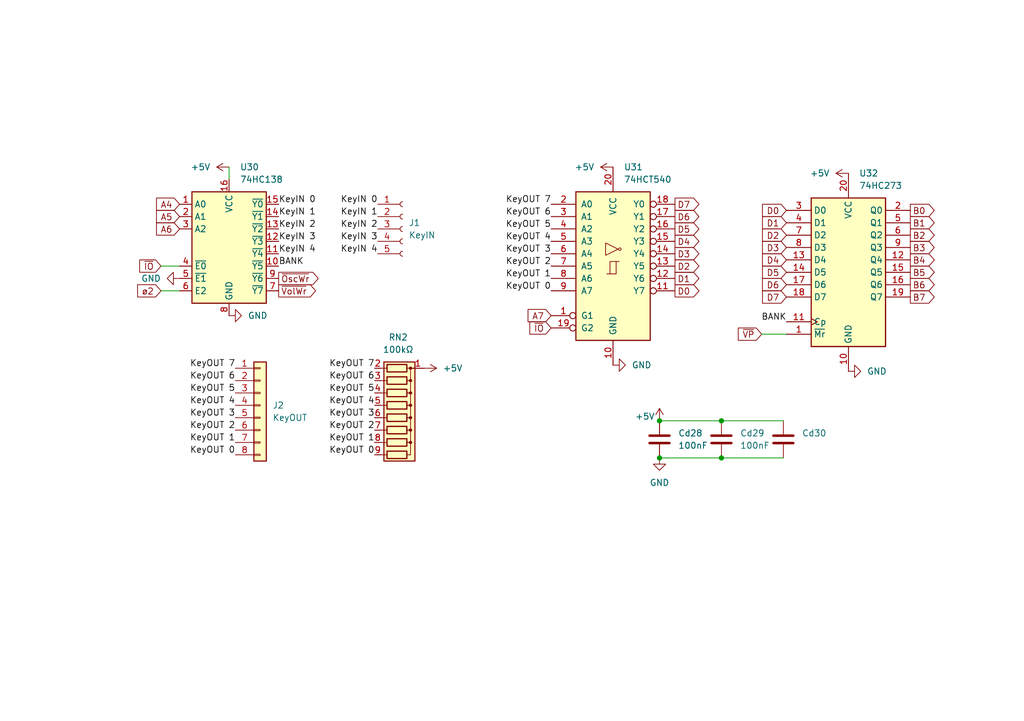
<source format=kicad_sch>
(kicad_sch (version 20231120) (generator "eeschema") (generator_version "8.0")
  (paper "A5")
  (title_block (title "I/O"))
  (lib_symbols
    (symbol "74xx:74AHC273"
      (property "Reference" "U" (at -7.62 16.51 0))
      (property "Value" "74AHC273" (at -7.62 -16.51 0))
      (symbol "74AHC273_1_0"
        (pin input line (at -12.7 -12.7 0) (length 5.08) (name "~{Mr}") (number "1"))
        (pin power_in line (at 0 -20.32 90) (length 5.08) (name "GND") (number "10"))
        (pin input clock (at -12.7 -10.16 0) (length 5.08) (name "Cp") (number "11"))
        (pin output line (at 12.7 2.54 180) (length 5.08) (name "Q4") (number "12"))
        (pin input line (at -12.7 2.54 0) (length 5.08) (name "D4") (number "13"))
        (pin input line (at -12.7 0 0) (length 5.08) (name "D5") (number "14"))
        (pin output line (at 12.7 0 180) (length 5.08) (name "Q5") (number "15"))
        (pin output line (at 12.7 -2.54 180) (length 5.08) (name "Q6") (number "16"))
        (pin input line (at -12.7 -2.54 0) (length 5.08) (name "D6") (number "17"))
        (pin input line (at -12.7 -5.08 0) (length 5.08) (name "D7") (number "18"))
        (pin output line (at 12.7 -5.08 180) (length 5.08) (name "Q7") (number "19"))
        (pin output line (at 12.7 12.7 180) (length 5.08) (name "Q0") (number "2"))
        (pin power_in line (at 0 20.32 270) (length 5.08) (name "VCC") (number "20"))
        (pin input line (at -12.7 12.7 0) (length 5.08) (name "D0") (number "3"))
        (pin input line (at -12.7 10.16 0) (length 5.08) (name "D1") (number "4"))
        (pin output line (at 12.7 10.16 180) (length 5.08) (name "Q1") (number "5"))
        (pin output line (at 12.7 7.62 180) (length 5.08) (name "Q2") (number "6"))
        (pin input line (at -12.7 7.62 0) (length 5.08) (name "D2") (number "7"))
        (pin input line (at -12.7 5.08 0) (length 5.08) (name "D3") (number "8"))
        (pin output line (at 12.7 5.08 180) (length 5.08) (name "Q3") (number "9"))
      )
      (symbol "74AHC273_1_1"
        (rectangle (start -7.62 15.24) (end 7.62 -15.24) (stroke (width 0.254)) (fill (type background)))
      )
    )
    (symbol "74xx:74HC138"
      (property "Reference" "U" (at -7.62 13.97 0))
      (property "Value" "74HC138" (at 2.54 -11.43 0))
      (symbol "74HC138_0_1"
        (rectangle (start -7.62 12.7) (end 7.62 -10.16) (stroke (width 0.254)) (fill (type background)))
      )
      (symbol "74HC138_1_1"
        (pin input line (at -10.16 10.16 0) (length 2.54) (name "A0") (number "1"))
        (pin output line (at 10.16 -2.54 180) (length 2.54) (name "~{Y5}") (number "10"))
        (pin output line (at 10.16 0 180) (length 2.54) (name "~{Y4}") (number "11"))
        (pin output line (at 10.16 2.54 180) (length 2.54) (name "~{Y3}") (number "12"))
        (pin output line (at 10.16 5.08 180) (length 2.54) (name "~{Y2}") (number "13"))
        (pin output line (at 10.16 7.62 180) (length 2.54) (name "~{Y1}") (number "14"))
        (pin output line (at 10.16 10.16 180) (length 2.54) (name "~{Y0}") (number "15"))
        (pin power_in line (at 0 15.24 270) (length 2.54) (name "VCC") (number "16"))
        (pin input line (at -10.16 7.62 0) (length 2.54) (name "A1") (number "2"))
        (pin input line (at -10.16 5.08 0) (length 2.54) (name "A2") (number "3"))
        (pin input line (at -10.16 -2.54 0) (length 2.54) (name "~{E0}") (number "4"))
        (pin input line (at -10.16 -5.08 0) (length 2.54) (name "~{E1}") (number "5"))
        (pin input line (at -10.16 -7.62 0) (length 2.54) (name "E2") (number "6"))
        (pin output line (at 10.16 -7.62 180) (length 2.54) (name "~{Y7}") (number "7"))
        (pin power_in line (at 0 -12.7 90) (length 2.54) (name "GND") (number "8"))
        (pin output line (at 10.16 -5.08 180) (length 2.54) (name "~{Y6}") (number "9"))
      )
    )
    (symbol "74xx:74LS540" (pin_names (offset 1.016))
      (property "Reference" "U" (at -7.62 16.51 0))
      (property "Value" "74LS540" (at -7.62 -16.51 0))
      (symbol "74LS540_1_0"
        (polyline (pts (xy -0.635 -1.6002) (xy -0.635 0.9398) (xy 0.635 0.9398)))
        (polyline (pts (xy -1.27 -1.6002) (xy 0.635 -1.6002) (xy 0.635 0.9398) (xy 1.27 0.9398)))
        (polyline (pts (xy 1.016 3.4798) (xy -1.524 4.7498) (xy -1.524 2.2098) (xy 1.016 3.4798)) (stroke (width 0.1524)))
        (circle (center 1.397 3.4798) (radius 0.254) (stroke (width 0.1524)))
        (pin input inverted (at -12.7 -10.16 0) (length 5.08) (name "G1") (number "1"))
        (pin power_in line (at 0 -20.32 90) (length 5.08) (name "GND") (number "10"))
        (pin tri_state inverted (at 12.7 -5.08 180) (length 5.08) (name "Y7") (number "11"))
        (pin tri_state inverted (at 12.7 -2.54 180) (length 5.08) (name "Y6") (number "12"))
        (pin tri_state inverted (at 12.7 0 180) (length 5.08) (name "Y5") (number "13"))
        (pin tri_state inverted (at 12.7 2.54 180) (length 5.08) (name "Y4") (number "14"))
        (pin tri_state inverted (at 12.7 5.08 180) (length 5.08) (name "Y3") (number "15"))
        (pin tri_state inverted (at 12.7 7.62 180) (length 5.08) (name "Y2") (number "16"))
        (pin tri_state inverted (at 12.7 10.16 180) (length 5.08) (name "Y1") (number "17"))
        (pin tri_state inverted (at 12.7 12.7 180) (length 5.08) (name "Y0") (number "18"))
        (pin input inverted (at -12.7 -12.7 0) (length 5.08) (name "G2") (number "19"))
        (pin input line (at -12.7 12.7 0) (length 5.08) (name "A0") (number "2"))
        (pin power_in line (at 0 20.32 270) (length 5.08) (name "VCC") (number "20"))
        (pin input line (at -12.7 10.16 0) (length 5.08) (name "A1") (number "3"))
        (pin input line (at -12.7 7.62 0) (length 5.08) (name "A2") (number "4"))
        (pin input line (at -12.7 5.08 0) (length 5.08) (name "A3") (number "5"))
        (pin input line (at -12.7 2.54 0) (length 5.08) (name "A4") (number "6"))
        (pin input line (at -12.7 0 0) (length 5.08) (name "A5") (number "7"))
        (pin input line (at -12.7 -2.54 0) (length 5.08) (name "A6") (number "8"))
        (pin input line (at -12.7 -5.08 0) (length 5.08) (name "A7") (number "9"))
      )
      (symbol "74LS540_1_1"
        (rectangle (start -7.62 15.24) (end 7.62 -15.24) (stroke (width 0.254)) (fill (type background)))
      )
    )
    (symbol "Connector:Conn_01x05_Socket" (pin_names (offset 1.016) hide)
      (property "Reference" "J" (at 0 7.62 0))
      (property "Value" "Conn_01x05_Socket" (at 0 -7.62 0))
      (symbol "Conn_01x05_Socket_1_1"
        (arc (start 0 -4.572) (mid -0.5058 -5.08) (end 0 -5.588) (stroke (width 0.1524)))
        (arc (start 0 -2.032) (mid -0.5058 -2.54) (end 0 -3.048) (stroke (width 0.1524)))
        (polyline (pts (xy -1.27 -5.08) (xy -0.508 -5.08)) (stroke (width 0.1524)))
        (polyline (pts (xy -1.27 -2.54) (xy -0.508 -2.54)) (stroke (width 0.1524)))
        (polyline (pts (xy -1.27 0) (xy -0.508 0)) (stroke (width 0.1524)))
        (polyline (pts (xy -1.27 2.54) (xy -0.508 2.54)) (stroke (width 0.1524)))
        (polyline (pts (xy -1.27 5.08) (xy -0.508 5.08)) (stroke (width 0.1524)))
        (arc (start 0 0.508) (mid -0.5058 0) (end 0 -0.508) (stroke (width 0.1524)))
        (arc (start 0 3.048) (mid -0.5058 2.54) (end 0 2.032) (stroke (width 0.1524)))
        (arc (start 0 5.588) (mid -0.5058 5.08) (end 0 4.572) (stroke (width 0.1524)))
        (pin passive line (at -5.08 5.08 0) (length 3.81) (name "Pin_1") (number "1"))
        (pin passive line (at -5.08 2.54 0) (length 3.81) (name "Pin_2") (number "2"))
        (pin passive line (at -5.08 0 0) (length 3.81) (name "Pin_3") (number "3"))
        (pin passive line (at -5.08 -2.54 0) (length 3.81) (name "Pin_4") (number "4"))
        (pin passive line (at -5.08 -5.08 0) (length 3.81) (name "Pin_5") (number "5"))
      )
    )
    (symbol "Connector_Generic:Conn_01x08" (pin_names (offset 1.016) hide)
      (property "Reference" "J" (at 0 10.16 0))
      (property "Value" "Conn_01x08" (at 0 -12.7 0))
      (symbol "Conn_01x08_1_1"
        (rectangle (start -1.27 -10.033) (end 0 -10.287) (stroke (width 0.1524)))
        (rectangle (start -1.27 -7.493) (end 0 -7.747) (stroke (width 0.1524)))
        (rectangle (start -1.27 -4.953) (end 0 -5.207) (stroke (width 0.1524)))
        (rectangle (start -1.27 -2.413) (end 0 -2.667) (stroke (width 0.1524)))
        (rectangle (start -1.27 0.127) (end 0 -0.127) (stroke (width 0.1524)))
        (rectangle (start -1.27 2.667) (end 0 2.413) (stroke (width 0.1524)))
        (rectangle (start -1.27 5.207) (end 0 4.953) (stroke (width 0.1524)))
        (rectangle (start -1.27 7.747) (end 0 7.493) (stroke (width 0.1524)))
        (rectangle (start -1.27 8.89) (end 1.27 -11.43) (stroke (width 0.254)) (fill (type background)))
        (pin passive line (at -5.08 7.62 0) (length 3.81) (name "Pin_1") (number "1"))
        (pin passive line (at -5.08 5.08 0) (length 3.81) (name "Pin_2") (number "2"))
        (pin passive line (at -5.08 2.54 0) (length 3.81) (name "Pin_3") (number "3"))
        (pin passive line (at -5.08 0 0) (length 3.81) (name "Pin_4") (number "4"))
        (pin passive line (at -5.08 -2.54 0) (length 3.81) (name "Pin_5") (number "5"))
        (pin passive line (at -5.08 -5.08 0) (length 3.81) (name "Pin_6") (number "6"))
        (pin passive line (at -5.08 -7.62 0) (length 3.81) (name "Pin_7") (number "7"))
        (pin passive line (at -5.08 -10.16 0) (length 3.81) (name "Pin_8") (number "8"))
      )
    )
    (symbol "Device:C" (pin_numbers hide) (pin_names (offset 0.254))
      (property "Reference" "C" (at 0.635 2.54 0))
      (property "Value" "C" (at 0.635 -2.54 0))
      (symbol "C_0_1"
        (polyline (pts (xy -2.032 -0.762) (xy 2.032 -0.762)) (stroke (width 0.508)))
        (polyline (pts (xy -2.032 0.762) (xy 2.032 0.762)) (stroke (width 0.508)))
      )
      (symbol "C_1_1"
        (pin passive line (at 0 3.81 270) (length 2.794) (name "~") (number "1"))
        (pin passive line (at 0 -3.81 90) (length 2.794) (name "~") (number "2"))
      )
    )
    (symbol "Device:R_Network08" (pin_names (offset 0) hide)
      (property "Reference" "RN" (at -12.7 0 90))
      (property "Value" "R_Network08" (at 10.16 0 90))
      (symbol "R_Network08_0_1"
        (rectangle (start -11.43 -3.175) (end 8.89 3.175) (stroke (width 0.254)) (fill (type background)))
        (rectangle (start -10.922 1.524) (end -9.398 -2.54) (stroke (width 0.254)))
        (circle (center -10.16 2.286) (radius 0.254) (fill (type outline)))
        (rectangle (start -8.382 1.524) (end -6.858 -2.54) (stroke (width 0.254)))
        (circle (center -7.62 2.286) (radius 0.254) (fill (type outline)))
        (rectangle (start -5.842 1.524) (end -4.318 -2.54) (stroke (width 0.254)))
        (circle (center -5.08 2.286) (radius 0.254) (fill (type outline)))
        (rectangle (start -3.302 1.524) (end -1.778 -2.54) (stroke (width 0.254)))
        (circle (center -2.54 2.286) (radius 0.254) (fill (type outline)))
        (rectangle (start -0.762 1.524) (end 0.762 -2.54) (stroke (width 0.254)))
        (polyline (pts (xy -10.16 -2.54) (xy -10.16 -3.81)))
        (polyline (pts (xy -7.62 -2.54) (xy -7.62 -3.81)))
        (polyline (pts (xy -5.08 -2.54) (xy -5.08 -3.81)))
        (polyline (pts (xy -2.54 -2.54) (xy -2.54 -3.81)))
        (polyline (pts (xy 0 -2.54) (xy 0 -3.81)))
        (polyline (pts (xy 2.54 -2.54) (xy 2.54 -3.81)))
        (polyline (pts (xy 5.08 -2.54) (xy 5.08 -3.81)))
        (polyline (pts (xy 7.62 -2.54) (xy 7.62 -3.81)))
        (polyline (pts (xy -10.16 1.524) (xy -10.16 2.286) (xy -7.62 2.286) (xy -7.62 1.524)))
        (polyline (pts (xy -7.62 1.524) (xy -7.62 2.286) (xy -5.08 2.286) (xy -5.08 1.524)))
        (polyline (pts (xy -5.08 1.524) (xy -5.08 2.286) (xy -2.54 2.286) (xy -2.54 1.524)))
        (polyline (pts (xy -2.54 1.524) (xy -2.54 2.286) (xy 0 2.286) (xy 0 1.524)))
        (polyline (pts (xy 0 1.524) (xy 0 2.286) (xy 2.54 2.286) (xy 2.54 1.524)))
        (polyline (pts (xy 2.54 1.524) (xy 2.54 2.286) (xy 5.08 2.286) (xy 5.08 1.524)))
        (polyline (pts (xy 5.08 1.524) (xy 5.08 2.286) (xy 7.62 2.286) (xy 7.62 1.524)))
        (circle (center 0 2.286) (radius 0.254) (fill (type outline)))
        (rectangle (start 1.778 1.524) (end 3.302 -2.54) (stroke (width 0.254)))
        (circle (center 2.54 2.286) (radius 0.254) (fill (type outline)))
        (rectangle (start 4.318 1.524) (end 5.842 -2.54) (stroke (width 0.254)))
        (circle (center 5.08 2.286) (radius 0.254) (fill (type outline)))
        (rectangle (start 6.858 1.524) (end 8.382 -2.54) (stroke (width 0.254)))
      )
      (symbol "R_Network08_1_1"
        (pin passive line (at -10.16 5.08 270) (length 2.54) (name "common") (number "1"))
        (pin passive line (at -10.16 -5.08 90) (length 1.27) (name "R1") (number "2"))
        (pin passive line (at -7.62 -5.08 90) (length 1.27) (name "R2") (number "3"))
        (pin passive line (at -5.08 -5.08 90) (length 1.27) (name "R3") (number "4"))
        (pin passive line (at -2.54 -5.08 90) (length 1.27) (name "R4") (number "5"))
        (pin passive line (at 0 -5.08 90) (length 1.27) (name "R5") (number "6"))
        (pin passive line (at 2.54 -5.08 90) (length 1.27) (name "R6") (number "7"))
        (pin passive line (at 5.08 -5.08 90) (length 1.27) (name "R7") (number "8"))
        (pin passive line (at 7.62 -5.08 90) (length 1.27) (name "R8") (number "9"))
      )
    )
    (symbol "power:+5V" (power) (pin_names (offset 0))
      (property "Value" "+5V" (at 0 3.556 0))
      (symbol "+5V_0_1"
        (polyline (pts (xy -0.762 1.27) (xy 0 2.54)))
        (polyline (pts (xy 0 0) (xy 0 2.54)))
        (polyline (pts (xy 0 2.54) (xy 0.762 1.27)))
      )
      (symbol "+5V_1_1"
        (pin power_in line (at 0 0 90) (length 0) hide (name "+5V") (number "1"))
      )
    )
    (symbol "power:GND" (power) (pin_names (offset 0))
      (property "Value" "GND" (at 0 -3.81 0))
      (symbol "GND_0_1"
        (polyline (pts (xy 0 0) (xy 0 -1.27) (xy 1.27 -1.27) (xy 0 -2.54) (xy -1.27 -1.27) (xy 0 -1.27)))
      )
      (symbol "GND_1_1"
        (pin power_in line (at 0 0 270) (length 0) hide (name "GND") (number "1"))
      )
    )
  )
  (junction (at 147.955 86.36))
  (junction (at 135.255 93.98))
  (junction (at 135.255 86.36))
  (junction (at 147.955 93.98))
  (wire (pts (xy 46.99 34.29) (xy 46.99 36.83)))
  (wire (pts (xy 135.255 93.98) (xy 147.955 93.98)))
  (wire (pts (xy 147.955 86.36) (xy 160.655 86.36)))
  (wire (pts (xy 33.02 54.61) (xy 36.83 54.61)))
  (wire (pts (xy 33.02 59.69) (xy 36.83 59.69)))
  (wire (pts (xy 156.21 68.58) (xy 161.29 68.58)))
  (wire (pts (xy 147.955 93.98) (xy 160.655 93.98)))
  (wire (pts (xy 135.255 86.36) (xy 147.955 86.36)))
  (label "KeyOUT 2" (at 76.835 88.265 180))
  (label "KeyIN 1" (at 77.47 44.45 180))
  (label "KeyIN 3" (at 77.47 49.53 180))
  (label "KeyIN 4" (at 77.47 52.07 180))
  (label "KeyIN 3" (at 57.15 49.53 0))
  (label "KeyIN 4" (at 57.15 52.07 0))
  (label "KeyOUT 7" (at 76.835 75.565 180))
  (label "KeyOUT 0" (at 113.03 59.69 180))
  (label "KeyIN 2" (at 57.15 46.99 0))
  (label "KeyOUT 2" (at 113.03 54.61 180))
  (label "KeyOUT 1" (at 48.26 90.805 180))
  (label "KeyOUT 1" (at 113.03 57.15 180))
  (label "KeyOUT 2" (at 48.26 88.265 180))
  (label "KeyOUT 4" (at 48.26 83.185 180))
  (label "KeyOUT 3" (at 48.26 85.725 180))
  (label "KeyIN 2" (at 77.47 46.99 180))
  (label "KeyOUT 3" (at 76.835 85.725 180))
  (label "BANK" (at 57.15 54.61 0))
  (label "KeyOUT 4" (at 113.03 49.53 180))
  (label "KeyOUT 6" (at 76.835 78.105 180))
  (label "KeyOUT 5" (at 76.835 80.645 180))
  (label "KeyOUT 0" (at 76.835 93.345 180))
  (label "KeyOUT 0" (at 48.26 93.345 180))
  (label "KeyOUT 1" (at 76.835 90.805 180))
  (label "KeyOUT 4" (at 76.835 83.185 180))
  (label "KeyOUT 5" (at 113.03 46.99 180))
  (label "KeyIN 1" (at 57.15 44.45 0))
  (label "KeyOUT 6" (at 113.03 44.45 180))
  (label "KeyOUT 6" (at 48.26 78.105 180))
  (label "KeyOUT 7" (at 48.26 75.565 180))
  (label "KeyIN 0" (at 57.15 41.91 0))
  (label "KeyOUT 3" (at 113.03 52.07 180))
  (label "KeyOUT 5" (at 48.26 80.645 180))
  (label "BANK" (at 161.29 66.04 180))
  (label "KeyOUT 7" (at 113.03 41.91 180))
  (label "KeyIN 0" (at 77.47 41.91 180))
  (global_label "~{IO}" (shape input) (at 113.03 67.31 180) (property "Intersheetrefs" "${INTERSHEET_REFS}" (effects (hide yes))))
  (global_label "ø2" (shape input) (at 33.02 59.69 180) (property "Intersheetrefs" "${INTERSHEET_REFS}" (effects (hide yes))))
  (global_label "D1" (shape input) (at 161.29 45.72 180) (property "Intersheetrefs" "${INTERSHEET_REFS}" (effects (hide yes))))
  (global_label "D0" (shape input) (at 161.29 43.18 180) (property "Intersheetrefs" "${INTERSHEET_REFS}" (effects (hide yes))))
  (global_label "D3" (shape input) (at 161.29 50.8 180) (property "Intersheetrefs" "${INTERSHEET_REFS}" (effects (hide yes))))
  (global_label "D6" (shape input) (at 161.29 58.42 180) (property "Intersheetrefs" "${INTERSHEET_REFS}" (effects (hide yes))))
  (global_label "A7" (shape input) (at 113.03 64.77 180) (property "Intersheetrefs" "${INTERSHEET_REFS}" (effects (hide yes))))
  (global_label "D2" (shape input) (at 161.29 48.26 180) (property "Intersheetrefs" "${INTERSHEET_REFS}" (effects (hide yes))))
  (global_label "~{IO}" (shape input) (at 33.02 54.61 180) (property "Intersheetrefs" "${INTERSHEET_REFS}" (effects (hide yes))))
  (global_label "D5" (shape input) (at 161.29 55.88 180) (property "Intersheetrefs" "${INTERSHEET_REFS}" (effects (hide yes))))
  (global_label "B3" (shape output) (at 186.69 50.8 0) (property "Intersheetrefs" "${INTERSHEET_REFS}" (effects (hide yes))))
  (global_label "B2" (shape output) (at 186.69 48.26 0) (property "Intersheetrefs" "${INTERSHEET_REFS}" (effects (hide yes))))
  (global_label "B4" (shape output) (at 186.69 53.34 0) (property "Intersheetrefs" "${INTERSHEET_REFS}" (effects (hide yes))))
  (global_label "B7" (shape output) (at 186.69 60.96 0) (property "Intersheetrefs" "${INTERSHEET_REFS}" (effects (hide yes))))
  (global_label "D7" (shape output) (at 138.43 41.91 0) (property "Intersheetrefs" "${INTERSHEET_REFS}" (effects (hide yes))))
  (global_label "B6" (shape output) (at 186.69 58.42 0) (property "Intersheetrefs" "${INTERSHEET_REFS}" (effects (hide yes))))
  (global_label "D6" (shape output) (at 138.43 44.45 0) (property "Intersheetrefs" "${INTERSHEET_REFS}" (effects (hide yes))))
  (global_label "A6" (shape input) (at 36.83 46.99 180) (property "Intersheetrefs" "${INTERSHEET_REFS}" (effects (hide yes))))
  (global_label "D5" (shape output) (at 138.43 46.99 0) (property "Intersheetrefs" "${INTERSHEET_REFS}" (effects (hide yes))))
  (global_label "D4" (shape output) (at 138.43 49.53 0) (property "Intersheetrefs" "${INTERSHEET_REFS}" (effects (hide yes))))
  (global_label "D2" (shape output) (at 138.43 54.61 0) (property "Intersheetrefs" "${INTERSHEET_REFS}" (effects (hide yes))))
  (global_label "D3" (shape output) (at 138.43 52.07 0) (property "Intersheetrefs" "${INTERSHEET_REFS}" (effects (hide yes))))
  (global_label "A5" (shape input) (at 36.83 44.45 180) (property "Intersheetrefs" "${INTERSHEET_REFS}" (effects (hide yes))))
  (global_label "B5" (shape output) (at 186.69 55.88 0) (property "Intersheetrefs" "${INTERSHEET_REFS}" (effects (hide yes))))
  (global_label "B0" (shape output) (at 186.69 43.18 0) (property "Intersheetrefs" "${INTERSHEET_REFS}" (effects (hide yes))))
  (global_label "~{VolWr}" (shape output) (at 57.15 59.69 0) (property "Intersheetrefs" "${INTERSHEET_REFS}" (effects (hide yes))))
  (global_label "B1" (shape output) (at 186.69 45.72 0) (property "Intersheetrefs" "${INTERSHEET_REFS}" (effects (hide yes))))
  (global_label "~{OscWr}" (shape output) (at 57.15 57.15 0) (property "Intersheetrefs" "${INTERSHEET_REFS}" (effects (hide yes))))
  (global_label "D4" (shape input) (at 161.29 53.34 180) (property "Intersheetrefs" "${INTERSHEET_REFS}" (effects (hide yes))))
  (global_label "~{VP}" (shape input) (at 156.21 68.58 180) (property "Intersheetrefs" "${INTERSHEET_REFS}" (effects (hide yes))))
  (global_label "A4" (shape input) (at 36.83 41.91 180) (property "Intersheetrefs" "${INTERSHEET_REFS}" (effects (hide yes))))
  (global_label "D0" (shape output) (at 138.43 59.69 0) (property "Intersheetrefs" "${INTERSHEET_REFS}" (effects (hide yes))))
  (global_label "D7" (shape input) (at 161.29 60.96 180) (property "Intersheetrefs" "${INTERSHEET_REFS}" (effects (hide yes))))
  (global_label "D1" (shape output) (at 138.43 57.15 0) (property "Intersheetrefs" "${INTERSHEET_REFS}" (effects (hide yes))))
  (symbol (lib_id "power:GND") (at 36.83 57.15 270) (unit 1)
    (property "Reference" "#PWR0130" (effects (hide yes)))
    (property "Value" "GND" (at 33.02 57.15 90) (effects (justify right)))
  )
  (symbol (lib_id "74xx:74LS540") (at 125.73 54.61 0) (unit 1)
    (property "Reference" "U31" (at 127.9241 34.29 0) (effects (justify left)))
    (property "Value" "74HCT540" (at 127.9241 36.83 0) (effects (justify left)))
    (property "Footprint" "PCM_Package_DIP_AKL:DIP-20_W7.62mm_Socket_LongPads" (effects (hide yes)))
    (property "Datasheet" "http://www.ti.com/lit/gpn/sn74LS540" (effects (hide yes)))
  )
  (symbol (lib_id "power:GND") (at 135.255 93.98 0) (unit 1)
    (property "Reference" "#PWR0138" (effects (hide yes)))
    (property "Value" "GND" (at 135.255 99.06 0))
  )
  (symbol (lib_id "power:+5V") (at 86.995 75.565 270) (unit 1)
    (property "Reference" "#PWR0134" (effects (hide yes)))
    (property "Value" "+5V" (at 90.805 75.565 90) (effects (justify left)))
  )
  (symbol (lib_id "power:GND") (at 173.99 76.2 90) (unit 1)
    (property "Reference" "#PWR0140" (effects (hide yes)))
    (property "Value" "GND" (at 177.8 76.2 90) (effects (justify right)))
  )
  (symbol (lib_id "power:+5V") (at 173.99 35.56 90) (unit 1)
    (property "Reference" "#PWR0139" (effects (hide yes)))
    (property "Value" "+5V" (at 170.18 35.56 90) (effects (justify left)))
  )
  (symbol (lib_id "Device:C") (at 160.655 90.17 0) (unit 1)
    (property "Reference" "Cd30" (at 164.465 88.9 0) (effects (justify left)))
    (property "Value" "100nF" (effects (hide yes)))
    (property "Footprint" "Capacitor_THT:C_Disc_D3.0mm_W2.0mm_P2.50mm" (effects (hide yes)))
  )
  (symbol (lib_id "power:+5V") (at 135.255 86.36 0) (unit 1)
    (property "Reference" "#PWR0137" (effects (hide yes)))
    (property "Value" "+5V" (at 132.2701 85.4661 0))
  )
  (symbol (lib_id "Device:C") (at 147.955 90.17 0) (unit 1)
    (property "Reference" "Cd29" (at 151.765 88.9 0) (effects (justify left)))
    (property "Value" "100nF" (at 151.765 91.44 0) (effects (justify left)))
    (property "Footprint" "Capacitor_THT:C_Disc_D3.0mm_W2.0mm_P2.50mm" (effects (hide yes)))
  )
  (symbol (lib_id "Device:R_Network08") (at 81.915 85.725 270) (unit 1)
    (property "Reference" "RN2" (at 81.661 69.215 90))
    (property "Value" "100kΩ" (at 81.661 71.755 90))
    (property "Footprint" "Resistor_THT:R_Array_SIP9" (effects (hide yes)))
    (property "Datasheet" "http://www.vishay.com/docs/31509/csc.pdf" (effects (hide yes)))
  )
  (symbol (lib_id "74xx:74HC138") (at 46.99 52.07 0) (unit 1)
    (property "Reference" "U30" (at 49.1841 34.29 0) (effects (justify left)))
    (property "Value" "74HC138" (at 49.1841 36.83 0) (effects (justify left)))
    (property "Footprint" "PCM_Package_DIP_AKL:DIP-16_W7.62mm_Socket_LongPads" (effects (hide yes)))
    (property "Datasheet" "http://www.ti.com/lit/ds/symlink/cd74hc238.pdf" (effects (hide yes)))
  )
  (symbol (lib_id "Connector:Conn_01x05_Socket") (at 82.55 46.99 0) (unit 1)
    (property "Reference" "J1" (at 83.82 45.72 0) (effects (justify left)))
    (property "Value" "KeyIN" (at 83.82 48.26 0) (effects (justify left)))
    (property "Footprint" "Connector_PinSocket_2.54mm:PinSocket_1x05_P2.54mm_Vertical" (effects (hide yes)))
  )
  (symbol (lib_id "power:GND") (at 46.99 64.77 90) (unit 1)
    (property "Reference" "#PWR0133" (effects (hide yes)))
    (property "Value" "GND" (at 50.8 64.77 90) (effects (justify right)))
  )
  (symbol (lib_id "74xx:74AHC273") (at 173.99 55.88 0) (unit 1)
    (property "Reference" "U32" (at 176.1841 35.56 0) (effects (justify left)))
    (property "Value" "74HC273" (at 176.1841 38.1 0) (effects (justify left)))
    (property "Footprint" "PCM_Package_DIP_AKL:DIP-20_W7.62mm_Socket_LongPads" (effects (hide yes)))
    (property "Datasheet" "https://assets.nexperia.com/documents/data-sheet/74AHC_AHCT273.pdf" (effects (hide yes)))
  )
  (symbol (lib_id "power:GND") (at 125.73 74.93 90) (unit 1)
    (property "Reference" "#PWR0136" (effects (hide yes)))
    (property "Value" "GND" (at 129.54 74.93 90) (effects (justify right)))
  )
  (symbol (lib_id "Device:C") (at 135.255 90.17 0) (unit 1)
    (property "Reference" "Cd28" (at 139.065 88.9 0) (effects (justify left)))
    (property "Value" "100nF" (at 139.065 91.44 0) (effects (justify left)))
    (property "Footprint" "Capacitor_THT:C_Disc_D3.0mm_W2.0mm_P2.50mm" (effects (hide yes)))
  )
  (symbol (lib_id "power:+5V") (at 46.99 34.29 90) (unit 1)
    (property "Reference" "#PWR0132" (effects (hide yes)))
    (property "Value" "+5V" (at 43.18 34.29 90) (effects (justify left)))
  )
  (symbol (lib_id "power:+5V") (at 125.73 34.29 90) (unit 1)
    (property "Reference" "#PWR0135" (effects (hide yes)))
    (property "Value" "+5V" (at 121.92 34.29 90) (effects (justify left)))
  )
  (symbol (lib_id "Connector_Generic:Conn_01x08") (at 53.34 83.185 0) (unit 1)
    (property "Reference" "J2" (at 55.88 83.185 0) (effects (justify left)))
    (property "Value" "KeyOUT" (at 55.88 85.725 0) (effects (justify left)))
    (property "Footprint" "Connector_PinHeader_2.54mm:PinHeader_1x08_P2.54mm_Vertical" (effects (hide yes)))
  )
)
</source>
